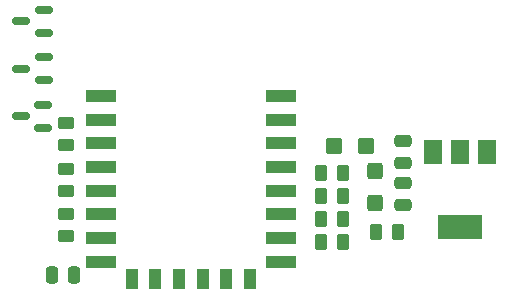
<source format=gbr>
%TF.GenerationSoftware,KiCad,Pcbnew,7.0.6*%
%TF.CreationDate,2024-04-30T22:03:54+02:00*%
%TF.ProjectId,MB-V2,4d422d56-322e-46b6-9963-61645f706362,rev?*%
%TF.SameCoordinates,Original*%
%TF.FileFunction,Paste,Top*%
%TF.FilePolarity,Positive*%
%FSLAX46Y46*%
G04 Gerber Fmt 4.6, Leading zero omitted, Abs format (unit mm)*
G04 Created by KiCad (PCBNEW 7.0.6) date 2024-04-30 22:03:54*
%MOMM*%
%LPD*%
G01*
G04 APERTURE LIST*
G04 Aperture macros list*
%AMRoundRect*
0 Rectangle with rounded corners*
0 $1 Rounding radius*
0 $2 $3 $4 $5 $6 $7 $8 $9 X,Y pos of 4 corners*
0 Add a 4 corners polygon primitive as box body*
4,1,4,$2,$3,$4,$5,$6,$7,$8,$9,$2,$3,0*
0 Add four circle primitives for the rounded corners*
1,1,$1+$1,$2,$3*
1,1,$1+$1,$4,$5*
1,1,$1+$1,$6,$7*
1,1,$1+$1,$8,$9*
0 Add four rect primitives between the rounded corners*
20,1,$1+$1,$2,$3,$4,$5,0*
20,1,$1+$1,$4,$5,$6,$7,0*
20,1,$1+$1,$6,$7,$8,$9,0*
20,1,$1+$1,$8,$9,$2,$3,0*%
G04 Aperture macros list end*
%ADD10RoundRect,0.250000X-0.475000X0.250000X-0.475000X-0.250000X0.475000X-0.250000X0.475000X0.250000X0*%
%ADD11RoundRect,0.250000X-0.450000X0.262500X-0.450000X-0.262500X0.450000X-0.262500X0.450000X0.262500X0*%
%ADD12RoundRect,0.250000X0.425000X-0.450000X0.425000X0.450000X-0.425000X0.450000X-0.425000X-0.450000X0*%
%ADD13RoundRect,0.250000X-0.262500X-0.450000X0.262500X-0.450000X0.262500X0.450000X-0.262500X0.450000X0*%
%ADD14RoundRect,0.250000X0.450000X0.425000X-0.450000X0.425000X-0.450000X-0.425000X0.450000X-0.425000X0*%
%ADD15RoundRect,0.250000X0.475000X-0.250000X0.475000X0.250000X-0.475000X0.250000X-0.475000X-0.250000X0*%
%ADD16RoundRect,0.250000X0.450000X-0.262500X0.450000X0.262500X-0.450000X0.262500X-0.450000X-0.262500X0*%
%ADD17RoundRect,0.250000X0.262500X0.450000X-0.262500X0.450000X-0.262500X-0.450000X0.262500X-0.450000X0*%
%ADD18RoundRect,0.250000X0.250000X0.475000X-0.250000X0.475000X-0.250000X-0.475000X0.250000X-0.475000X0*%
%ADD19R,1.500000X2.000000*%
%ADD20R,3.800000X2.000000*%
%ADD21RoundRect,0.150000X0.587500X0.150000X-0.587500X0.150000X-0.587500X-0.150000X0.587500X-0.150000X0*%
%ADD22R,2.500000X1.000000*%
%ADD23R,1.000000X1.800000*%
G04 APERTURE END LIST*
D10*
%TO.C,C2*%
X170650000Y-101980000D03*
X170650000Y-103880000D03*
%TD*%
D11*
%TO.C,R6*%
X142100000Y-100487500D03*
X142100000Y-102312500D03*
%TD*%
D12*
%TO.C,C4*%
X168250000Y-107250000D03*
X168250000Y-104550000D03*
%TD*%
D13*
%TO.C,R3*%
X163685000Y-106630000D03*
X165510000Y-106630000D03*
%TD*%
D14*
%TO.C,C1*%
X167467500Y-102440000D03*
X164767500Y-102440000D03*
%TD*%
D15*
%TO.C,C3*%
X170650000Y-107450000D03*
X170650000Y-105550000D03*
%TD*%
D16*
%TO.C,R7*%
X142100000Y-110012500D03*
X142100000Y-108187500D03*
%TD*%
D17*
%TO.C,R2*%
X165530000Y-104680000D03*
X163705000Y-104680000D03*
%TD*%
%TO.C,R1*%
X170162500Y-109700000D03*
X168337500Y-109700000D03*
%TD*%
D13*
%TO.C,R5*%
X163685000Y-110520000D03*
X165510000Y-110520000D03*
%TD*%
D18*
%TO.C,C5*%
X142780000Y-113320000D03*
X140880000Y-113320000D03*
%TD*%
D19*
%TO.C,U2*%
X177750000Y-102950000D03*
X175450000Y-102950000D03*
D20*
X175450000Y-109250000D03*
D19*
X173150000Y-102950000D03*
%TD*%
D21*
%TO.C,Q3*%
X140187500Y-92812500D03*
X140187500Y-90912500D03*
X138312500Y-91862500D03*
%TD*%
D16*
%TO.C,R8*%
X142100000Y-106212500D03*
X142100000Y-104387500D03*
%TD*%
D22*
%TO.C,U1*%
X145050000Y-98200000D03*
X145050000Y-100200000D03*
X145050000Y-102200000D03*
X145050000Y-104200000D03*
X145050000Y-106200000D03*
X145050000Y-108200000D03*
X145050000Y-110200000D03*
X145050000Y-112200000D03*
D23*
X147650000Y-113700000D03*
X149650000Y-113700000D03*
X151650000Y-113700000D03*
X153650000Y-113700000D03*
X155650000Y-113700000D03*
X157650000Y-113700000D03*
D22*
X160250000Y-112200000D03*
X160250000Y-110200000D03*
X160250000Y-108200000D03*
X160250000Y-106200000D03*
X160250000Y-104200000D03*
X160250000Y-102200000D03*
X160250000Y-100200000D03*
X160250000Y-98200000D03*
%TD*%
D13*
%TO.C,R4*%
X163685000Y-108580000D03*
X165510000Y-108580000D03*
%TD*%
D21*
%TO.C,Q1*%
X140137500Y-100850000D03*
X140137500Y-98950000D03*
X138262500Y-99900000D03*
%TD*%
%TO.C,Q2*%
X140187500Y-96812500D03*
X140187500Y-94912500D03*
X138312500Y-95862500D03*
%TD*%
M02*

</source>
